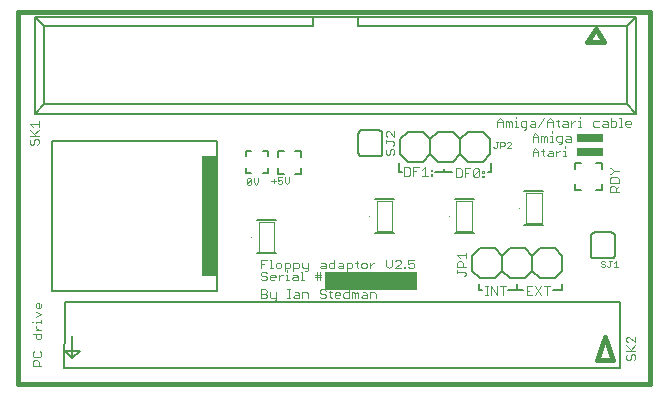
<source format=gto>
G75*
%MOIN*%
%OFA0B0*%
%FSLAX25Y25*%
%IPPOS*%
%LPD*%
%AMOC8*
5,1,8,0,0,1.08239X$1,22.5*
%
%ADD10C,0.01600*%
%ADD11C,0.00400*%
%ADD12C,0.00300*%
%ADD13R,0.30512X0.05906*%
%ADD14R,0.08858X0.02953*%
%ADD15C,0.00787*%
%ADD16C,0.00800*%
%ADD17C,0.00600*%
%ADD18C,0.00200*%
%ADD19C,0.00500*%
%ADD20C,0.00039*%
%ADD21C,0.00295*%
%ADD22R,0.05000X0.40000*%
D10*
X0001800Y0007909D02*
X0212430Y0007909D01*
X0212430Y0131925D01*
X0001800Y0131925D01*
X0001800Y0007909D01*
X0194564Y0015980D02*
X0200076Y0015980D01*
X0197320Y0023736D01*
X0194564Y0015980D01*
X0197020Y0121960D02*
X0191509Y0121960D01*
X0194265Y0126173D01*
X0197020Y0121960D01*
D11*
X0133686Y0049297D02*
X0131817Y0049297D01*
X0131817Y0047896D01*
X0132751Y0048363D01*
X0133218Y0048363D01*
X0133686Y0047896D01*
X0133686Y0046962D01*
X0133218Y0046495D01*
X0132284Y0046495D01*
X0131817Y0046962D01*
X0130811Y0046962D02*
X0130811Y0046495D01*
X0130344Y0046495D01*
X0130344Y0046962D01*
X0130811Y0046962D01*
X0129266Y0046495D02*
X0127398Y0046495D01*
X0129266Y0048363D01*
X0129266Y0048830D01*
X0128799Y0049297D01*
X0127865Y0049297D01*
X0127398Y0048830D01*
X0126319Y0049297D02*
X0126319Y0047429D01*
X0125385Y0046495D01*
X0124451Y0047429D01*
X0124451Y0049297D01*
X0120450Y0048363D02*
X0119983Y0048363D01*
X0119049Y0047429D01*
X0119049Y0046495D02*
X0119049Y0048363D01*
X0117971Y0047896D02*
X0117971Y0046962D01*
X0117504Y0046495D01*
X0116570Y0046495D01*
X0116103Y0046962D01*
X0116103Y0047896D01*
X0116570Y0048363D01*
X0117504Y0048363D01*
X0117971Y0047896D01*
X0115072Y0048363D02*
X0114138Y0048363D01*
X0114605Y0048830D02*
X0114605Y0046962D01*
X0115072Y0046495D01*
X0113060Y0046962D02*
X0112593Y0046495D01*
X0111192Y0046495D01*
X0111192Y0045561D02*
X0111192Y0048363D01*
X0112593Y0048363D01*
X0113060Y0047896D01*
X0113060Y0046962D01*
X0110113Y0046495D02*
X0110113Y0047896D01*
X0109646Y0048363D01*
X0108712Y0048363D01*
X0108712Y0047429D02*
X0110113Y0047429D01*
X0110113Y0046495D02*
X0108712Y0046495D01*
X0108245Y0046962D01*
X0108712Y0047429D01*
X0107167Y0046495D02*
X0105766Y0046495D01*
X0105299Y0046962D01*
X0105299Y0047896D01*
X0105766Y0048363D01*
X0107167Y0048363D01*
X0107167Y0049297D02*
X0107167Y0046495D01*
X0104220Y0046495D02*
X0102819Y0046495D01*
X0102352Y0046962D01*
X0102819Y0047429D01*
X0104220Y0047429D01*
X0104220Y0047896D02*
X0104220Y0046495D01*
X0104220Y0047896D02*
X0103753Y0048363D01*
X0102819Y0048363D01*
X0098327Y0048363D02*
X0098327Y0046028D01*
X0097860Y0045561D01*
X0097393Y0045561D01*
X0096926Y0046495D02*
X0098327Y0046495D01*
X0096926Y0046495D02*
X0096459Y0046962D01*
X0096459Y0048363D01*
X0095381Y0047896D02*
X0095381Y0046962D01*
X0094914Y0046495D01*
X0093513Y0046495D01*
X0093513Y0045561D02*
X0093513Y0048363D01*
X0094914Y0048363D01*
X0095381Y0047896D01*
X0092434Y0047896D02*
X0092434Y0046962D01*
X0091967Y0046495D01*
X0090566Y0046495D01*
X0090566Y0045561D02*
X0090566Y0048363D01*
X0091967Y0048363D01*
X0092434Y0047896D01*
X0089488Y0047896D02*
X0089488Y0046962D01*
X0089021Y0046495D01*
X0088087Y0046495D01*
X0087620Y0046962D01*
X0087620Y0047896D01*
X0088087Y0048363D01*
X0089021Y0048363D01*
X0089488Y0047896D01*
X0086589Y0046495D02*
X0085655Y0046495D01*
X0086122Y0046495D02*
X0086122Y0049297D01*
X0085655Y0049297D01*
X0084577Y0049297D02*
X0082709Y0049297D01*
X0082709Y0046495D01*
X0082709Y0047896D02*
X0083643Y0047896D01*
X0009474Y0034568D02*
X0009474Y0033634D01*
X0009007Y0033167D01*
X0008073Y0033167D01*
X0007606Y0033634D01*
X0007606Y0034568D01*
X0008073Y0035035D01*
X0008540Y0035035D01*
X0008540Y0033167D01*
X0007606Y0032089D02*
X0009474Y0031155D01*
X0007606Y0030220D01*
X0007606Y0028723D02*
X0009474Y0028723D01*
X0009474Y0028256D02*
X0009474Y0029190D01*
X0007606Y0028723D02*
X0007606Y0028256D01*
X0006672Y0028723D02*
X0006205Y0028723D01*
X0007606Y0027202D02*
X0007606Y0026735D01*
X0008540Y0025801D01*
X0009474Y0025801D02*
X0007606Y0025801D01*
X0007606Y0024722D02*
X0007606Y0023321D01*
X0008073Y0022854D01*
X0009007Y0022854D01*
X0009474Y0023321D01*
X0009474Y0024722D01*
X0006672Y0024722D01*
X0007139Y0018829D02*
X0006672Y0018362D01*
X0006672Y0017428D01*
X0007139Y0016961D01*
X0009007Y0016961D01*
X0009474Y0017428D01*
X0009474Y0018362D01*
X0009007Y0018829D01*
X0008073Y0015883D02*
X0008540Y0015416D01*
X0008540Y0014015D01*
X0009474Y0014015D02*
X0006672Y0014015D01*
X0006672Y0015416D01*
X0007139Y0015883D01*
X0008073Y0015883D01*
D12*
X0082659Y0036602D02*
X0084110Y0036602D01*
X0084594Y0037086D01*
X0084594Y0037570D01*
X0084110Y0038054D01*
X0082659Y0038054D01*
X0084110Y0038054D02*
X0084594Y0038537D01*
X0084594Y0039021D01*
X0084110Y0039505D01*
X0082659Y0039505D01*
X0082659Y0036602D01*
X0085605Y0037086D02*
X0085605Y0038537D01*
X0085605Y0037086D02*
X0086089Y0036602D01*
X0087540Y0036602D01*
X0087540Y0036119D02*
X0087056Y0035635D01*
X0086573Y0035635D01*
X0087540Y0036119D02*
X0087540Y0038537D01*
X0091498Y0039505D02*
X0092466Y0039505D01*
X0091982Y0039505D02*
X0091982Y0036602D01*
X0091498Y0036602D02*
X0092466Y0036602D01*
X0093463Y0037086D02*
X0093946Y0037570D01*
X0095398Y0037570D01*
X0095398Y0038054D02*
X0095398Y0036602D01*
X0093946Y0036602D01*
X0093463Y0037086D01*
X0093946Y0038537D02*
X0094914Y0038537D01*
X0095398Y0038054D01*
X0096409Y0038537D02*
X0096409Y0036602D01*
X0098344Y0036602D02*
X0098344Y0038054D01*
X0097860Y0038537D01*
X0096409Y0038537D01*
X0102302Y0038537D02*
X0102786Y0038054D01*
X0103753Y0038054D01*
X0104237Y0037570D01*
X0104237Y0037086D01*
X0103753Y0036602D01*
X0102786Y0036602D01*
X0102302Y0037086D01*
X0102302Y0038537D02*
X0102302Y0039021D01*
X0102786Y0039505D01*
X0103753Y0039505D01*
X0104237Y0039021D01*
X0105249Y0038537D02*
X0106216Y0038537D01*
X0105732Y0039021D02*
X0105732Y0037086D01*
X0106216Y0036602D01*
X0107213Y0037086D02*
X0107213Y0038054D01*
X0107697Y0038537D01*
X0108664Y0038537D01*
X0109148Y0038054D01*
X0109148Y0037570D01*
X0107213Y0037570D01*
X0107213Y0037086D02*
X0107697Y0036602D01*
X0108664Y0036602D01*
X0110159Y0037086D02*
X0110159Y0038054D01*
X0110643Y0038537D01*
X0112094Y0038537D01*
X0112094Y0039505D02*
X0112094Y0036602D01*
X0110643Y0036602D01*
X0110159Y0037086D01*
X0113106Y0036602D02*
X0113106Y0038537D01*
X0113590Y0038537D01*
X0114073Y0038054D01*
X0114557Y0038537D01*
X0115041Y0038054D01*
X0115041Y0036602D01*
X0114073Y0036602D02*
X0114073Y0038054D01*
X0116053Y0037086D02*
X0116536Y0037570D01*
X0117988Y0037570D01*
X0117988Y0038054D02*
X0117988Y0036602D01*
X0116536Y0036602D01*
X0116053Y0037086D01*
X0116536Y0038537D02*
X0117504Y0038537D01*
X0117988Y0038054D01*
X0118999Y0038537D02*
X0118999Y0036602D01*
X0120934Y0036602D02*
X0120934Y0038054D01*
X0120450Y0038537D01*
X0118999Y0038537D01*
X0102764Y0043475D02*
X0100829Y0043475D01*
X0100829Y0044443D02*
X0102280Y0044443D01*
X0102764Y0044443D01*
X0102280Y0045410D02*
X0102280Y0042508D01*
X0101313Y0042508D02*
X0101313Y0045410D01*
X0096402Y0045410D02*
X0096402Y0042508D01*
X0096885Y0042508D02*
X0095918Y0042508D01*
X0094906Y0042508D02*
X0094906Y0043959D01*
X0094423Y0044443D01*
X0093455Y0044443D01*
X0093455Y0043475D02*
X0094906Y0043475D01*
X0094906Y0042508D02*
X0093455Y0042508D01*
X0092971Y0042992D01*
X0093455Y0043475D01*
X0091975Y0042508D02*
X0091007Y0042508D01*
X0091491Y0042508D02*
X0091491Y0044443D01*
X0091007Y0044443D01*
X0090003Y0044443D02*
X0089519Y0044443D01*
X0088552Y0043475D01*
X0088552Y0042508D02*
X0088552Y0044443D01*
X0087540Y0043959D02*
X0087540Y0043475D01*
X0085605Y0043475D01*
X0085605Y0042992D02*
X0085605Y0043959D01*
X0086089Y0044443D01*
X0087056Y0044443D01*
X0087540Y0043959D01*
X0087056Y0042508D02*
X0086089Y0042508D01*
X0085605Y0042992D01*
X0084594Y0042992D02*
X0084110Y0042508D01*
X0083142Y0042508D01*
X0082659Y0042992D01*
X0083142Y0043959D02*
X0084110Y0043959D01*
X0084594Y0043475D01*
X0084594Y0042992D01*
X0083142Y0043959D02*
X0082659Y0044443D01*
X0082659Y0044927D01*
X0083142Y0045410D01*
X0084110Y0045410D01*
X0084594Y0044927D01*
X0091491Y0045410D02*
X0091491Y0045894D01*
X0095918Y0045410D02*
X0096402Y0045410D01*
X0148044Y0045391D02*
X0150462Y0045391D01*
X0150946Y0044908D01*
X0150946Y0044424D01*
X0150462Y0043940D01*
X0148044Y0044908D02*
X0148044Y0045875D01*
X0148044Y0046887D02*
X0148044Y0048338D01*
X0148527Y0048822D01*
X0149495Y0048822D01*
X0149979Y0048338D01*
X0149979Y0046887D01*
X0150946Y0046887D02*
X0148044Y0046887D01*
X0149011Y0049833D02*
X0148044Y0050801D01*
X0150946Y0050801D01*
X0150946Y0051768D02*
X0150946Y0049833D01*
X0157462Y0040489D02*
X0158429Y0040489D01*
X0157946Y0040489D02*
X0157946Y0037587D01*
X0158429Y0037587D02*
X0157462Y0037587D01*
X0159426Y0037587D02*
X0159426Y0040489D01*
X0161361Y0037587D01*
X0161361Y0040489D01*
X0162373Y0040489D02*
X0164308Y0040489D01*
X0163340Y0040489D02*
X0163340Y0037587D01*
X0171212Y0037587D02*
X0173147Y0037587D01*
X0174159Y0037587D02*
X0176094Y0040489D01*
X0177105Y0040489D02*
X0179040Y0040489D01*
X0178073Y0040489D02*
X0178073Y0037587D01*
X0176094Y0037587D02*
X0174159Y0040489D01*
X0173147Y0040489D02*
X0171212Y0040489D01*
X0171212Y0037587D01*
X0171212Y0039038D02*
X0172180Y0039038D01*
X0204456Y0023277D02*
X0204940Y0023761D01*
X0205424Y0023761D01*
X0207359Y0021826D01*
X0207359Y0023761D01*
X0204456Y0023277D02*
X0204456Y0022310D01*
X0204940Y0021826D01*
X0204456Y0020815D02*
X0206391Y0018880D01*
X0205907Y0019363D02*
X0207359Y0020815D01*
X0207359Y0018880D02*
X0204456Y0018880D01*
X0204940Y0017868D02*
X0204456Y0017384D01*
X0204456Y0016417D01*
X0204940Y0015933D01*
X0205424Y0015933D01*
X0205907Y0016417D01*
X0205907Y0017384D01*
X0206391Y0017868D01*
X0206875Y0017868D01*
X0207359Y0017384D01*
X0207359Y0016417D01*
X0206875Y0015933D01*
X0201941Y0071987D02*
X0199038Y0071987D01*
X0199038Y0073439D01*
X0199522Y0073922D01*
X0200489Y0073922D01*
X0200973Y0073439D01*
X0200973Y0071987D01*
X0200973Y0072955D02*
X0201941Y0073922D01*
X0201941Y0074934D02*
X0199038Y0074934D01*
X0199038Y0076385D01*
X0199522Y0076869D01*
X0201457Y0076869D01*
X0201941Y0076385D01*
X0201941Y0074934D01*
X0199522Y0077880D02*
X0200489Y0078848D01*
X0201941Y0078848D01*
X0200489Y0078848D02*
X0199522Y0079815D01*
X0199038Y0079815D01*
X0199038Y0077880D02*
X0199522Y0077880D01*
X0184490Y0083847D02*
X0183523Y0083847D01*
X0184006Y0083847D02*
X0184006Y0085782D01*
X0183523Y0085782D01*
X0182518Y0085782D02*
X0182035Y0085782D01*
X0181067Y0084814D01*
X0181067Y0083847D02*
X0181067Y0085782D01*
X0180056Y0085298D02*
X0180056Y0083847D01*
X0178604Y0083847D01*
X0178121Y0084330D01*
X0178604Y0084814D01*
X0180056Y0084814D01*
X0180056Y0085298D02*
X0179572Y0085782D01*
X0178604Y0085782D01*
X0177124Y0085782D02*
X0176156Y0085782D01*
X0176640Y0086265D02*
X0176640Y0084330D01*
X0177124Y0083847D01*
X0175145Y0083847D02*
X0175145Y0085782D01*
X0174177Y0086749D01*
X0173210Y0085782D01*
X0173210Y0083847D01*
X0173210Y0085298D02*
X0175145Y0085298D01*
X0182035Y0087800D02*
X0182518Y0087800D01*
X0183002Y0088284D01*
X0183002Y0090703D01*
X0181551Y0090703D01*
X0181067Y0090219D01*
X0181067Y0089252D01*
X0181551Y0088768D01*
X0183002Y0088768D01*
X0184014Y0089252D02*
X0184497Y0089735D01*
X0185949Y0089735D01*
X0185949Y0090219D02*
X0185949Y0088768D01*
X0184497Y0088768D01*
X0184014Y0089252D01*
X0184497Y0090703D02*
X0185465Y0090703D01*
X0185949Y0090219D01*
X0185953Y0093689D02*
X0185953Y0095624D01*
X0185953Y0094657D02*
X0186921Y0095624D01*
X0187404Y0095624D01*
X0188409Y0095624D02*
X0188892Y0095624D01*
X0188892Y0093689D01*
X0188409Y0093689D02*
X0189376Y0093689D01*
X0193319Y0094173D02*
X0193319Y0095140D01*
X0193803Y0095624D01*
X0195254Y0095624D01*
X0196750Y0095624D02*
X0197717Y0095624D01*
X0198201Y0095140D01*
X0198201Y0093689D01*
X0196750Y0093689D01*
X0196266Y0094173D01*
X0196750Y0094657D01*
X0198201Y0094657D01*
X0199212Y0095624D02*
X0200664Y0095624D01*
X0201147Y0095140D01*
X0201147Y0094173D01*
X0200664Y0093689D01*
X0199212Y0093689D01*
X0199212Y0096592D01*
X0202159Y0096592D02*
X0202643Y0096592D01*
X0202643Y0093689D01*
X0203126Y0093689D02*
X0202159Y0093689D01*
X0204123Y0094173D02*
X0204123Y0095140D01*
X0204607Y0095624D01*
X0205575Y0095624D01*
X0206058Y0095140D01*
X0206058Y0094657D01*
X0204123Y0094657D01*
X0204123Y0094173D02*
X0204607Y0093689D01*
X0205575Y0093689D01*
X0195254Y0093689D02*
X0193803Y0093689D01*
X0193319Y0094173D01*
X0188892Y0096592D02*
X0188892Y0097075D01*
X0184942Y0095140D02*
X0184942Y0093689D01*
X0183490Y0093689D01*
X0183007Y0094173D01*
X0183490Y0094657D01*
X0184942Y0094657D01*
X0184942Y0095140D02*
X0184458Y0095624D01*
X0183490Y0095624D01*
X0182010Y0095624D02*
X0181042Y0095624D01*
X0181526Y0096108D02*
X0181526Y0094173D01*
X0182010Y0093689D01*
X0180031Y0093689D02*
X0180031Y0095624D01*
X0179063Y0096592D01*
X0178096Y0095624D01*
X0178096Y0093689D01*
X0178096Y0095140D02*
X0180031Y0095140D01*
X0177084Y0096592D02*
X0175149Y0093689D01*
X0174138Y0093689D02*
X0174138Y0095140D01*
X0173654Y0095624D01*
X0172686Y0095624D01*
X0172686Y0094657D02*
X0174138Y0094657D01*
X0174138Y0093689D02*
X0172686Y0093689D01*
X0172203Y0094173D01*
X0172686Y0094657D01*
X0171191Y0095624D02*
X0171191Y0093205D01*
X0170707Y0092722D01*
X0170224Y0092722D01*
X0169740Y0093689D02*
X0171191Y0093689D01*
X0169740Y0093689D02*
X0169256Y0094173D01*
X0169256Y0095140D01*
X0169740Y0095624D01*
X0171191Y0095624D01*
X0167776Y0095624D02*
X0167776Y0093689D01*
X0168259Y0093689D02*
X0167292Y0093689D01*
X0166280Y0093689D02*
X0166280Y0095140D01*
X0165797Y0095624D01*
X0165313Y0095140D01*
X0165313Y0093689D01*
X0164345Y0093689D02*
X0164345Y0095624D01*
X0164829Y0095624D01*
X0165313Y0095140D01*
X0163334Y0095140D02*
X0161399Y0095140D01*
X0161399Y0095624D02*
X0162366Y0096592D01*
X0163334Y0095624D01*
X0163334Y0093689D01*
X0161399Y0093689D02*
X0161399Y0095624D01*
X0167292Y0095624D02*
X0167776Y0095624D01*
X0167776Y0096592D02*
X0167776Y0097075D01*
X0173210Y0090703D02*
X0174177Y0091670D01*
X0175145Y0090703D01*
X0175145Y0088768D01*
X0176156Y0088768D02*
X0176156Y0090703D01*
X0176640Y0090703D01*
X0177124Y0090219D01*
X0177608Y0090703D01*
X0178091Y0090219D01*
X0178091Y0088768D01*
X0177124Y0088768D02*
X0177124Y0090219D01*
X0175145Y0090219D02*
X0173210Y0090219D01*
X0173210Y0090703D02*
X0173210Y0088768D01*
X0179103Y0088768D02*
X0180070Y0088768D01*
X0179587Y0088768D02*
X0179587Y0090703D01*
X0179103Y0090703D01*
X0179587Y0091670D02*
X0179587Y0092154D01*
X0184006Y0087233D02*
X0184006Y0086749D01*
X0156943Y0078892D02*
X0156943Y0078408D01*
X0156459Y0078408D01*
X0156459Y0078892D01*
X0156943Y0078892D01*
X0156943Y0077441D02*
X0156943Y0076957D01*
X0156459Y0076957D01*
X0156459Y0077441D01*
X0156943Y0077441D01*
X0155447Y0077441D02*
X0154964Y0076957D01*
X0153996Y0076957D01*
X0153512Y0077441D01*
X0155447Y0079376D01*
X0155447Y0077441D01*
X0153512Y0077441D02*
X0153512Y0079376D01*
X0153996Y0079859D01*
X0154964Y0079859D01*
X0155447Y0079376D01*
X0152501Y0079859D02*
X0150566Y0079859D01*
X0150566Y0076957D01*
X0149554Y0077441D02*
X0149554Y0079376D01*
X0149071Y0079859D01*
X0147619Y0079859D01*
X0147619Y0076957D01*
X0149071Y0076957D01*
X0149554Y0077441D01*
X0150566Y0078408D02*
X0151533Y0078408D01*
X0139817Y0078802D02*
X0139333Y0078802D01*
X0139333Y0079285D01*
X0139817Y0079285D01*
X0139817Y0078802D01*
X0139817Y0077834D02*
X0139817Y0077350D01*
X0139333Y0077350D01*
X0139333Y0077834D01*
X0139817Y0077834D01*
X0138321Y0077350D02*
X0136386Y0077350D01*
X0137354Y0077350D02*
X0137354Y0080253D01*
X0136386Y0079285D01*
X0135375Y0080253D02*
X0133440Y0080253D01*
X0133440Y0077350D01*
X0132428Y0077834D02*
X0132428Y0079769D01*
X0131945Y0080253D01*
X0130493Y0080253D01*
X0130493Y0077350D01*
X0131945Y0077350D01*
X0132428Y0077834D01*
X0133440Y0078802D02*
X0134407Y0078802D01*
X0127162Y0084922D02*
X0126678Y0084438D01*
X0127162Y0084922D02*
X0127162Y0085889D01*
X0126678Y0086373D01*
X0126194Y0086373D01*
X0125711Y0085889D01*
X0125711Y0084922D01*
X0125227Y0084438D01*
X0124743Y0084438D01*
X0124259Y0084922D01*
X0124259Y0085889D01*
X0124743Y0086373D01*
X0124259Y0088352D02*
X0124259Y0089319D01*
X0124259Y0088836D02*
X0126678Y0088836D01*
X0127162Y0088352D01*
X0127162Y0087868D01*
X0126678Y0087384D01*
X0127162Y0090331D02*
X0125227Y0092266D01*
X0124743Y0092266D01*
X0124259Y0091782D01*
X0124259Y0090815D01*
X0124743Y0090331D01*
X0127162Y0090331D02*
X0127162Y0092266D01*
X0008540Y0092665D02*
X0007089Y0091214D01*
X0007572Y0090730D02*
X0005637Y0092665D01*
X0006605Y0093677D02*
X0005637Y0094644D01*
X0008540Y0094644D01*
X0008540Y0093677D02*
X0008540Y0095612D01*
X0008540Y0090730D02*
X0005637Y0090730D01*
X0006121Y0089719D02*
X0005637Y0089235D01*
X0005637Y0088267D01*
X0006121Y0087784D01*
X0006605Y0087784D01*
X0007089Y0088267D01*
X0007089Y0089235D01*
X0007572Y0089719D01*
X0008056Y0089719D01*
X0008540Y0089235D01*
X0008540Y0088267D01*
X0008056Y0087784D01*
D13*
X0119418Y0042358D03*
D14*
X0192253Y0085173D03*
X0192253Y0090094D03*
D15*
X0159280Y0081728D02*
X0159280Y0078775D01*
X0158296Y0078775D01*
X0146485Y0078775D02*
X0143532Y0078775D01*
X0143532Y0079760D01*
X0143532Y0078775D02*
X0140580Y0078775D01*
X0129753Y0078775D02*
X0128769Y0078775D01*
X0128769Y0081728D01*
X0155343Y0041374D02*
X0155343Y0039405D01*
X0156328Y0039405D01*
X0165186Y0039405D02*
X0168139Y0039405D01*
X0170107Y0039405D01*
X0168139Y0039405D02*
X0168139Y0041374D01*
X0179950Y0039405D02*
X0182902Y0039405D01*
X0182902Y0041374D01*
D16*
X0202202Y0035311D02*
X0017280Y0035311D01*
X0017241Y0035350D02*
X0017241Y0021531D01*
X0017044Y0021137D02*
X0017044Y0013460D01*
X0202438Y0013460D01*
X0202438Y0021531D01*
X0202241Y0021531D01*
X0202241Y0035074D01*
X0095920Y0078120D02*
X0094045Y0078120D01*
X0095920Y0078120D02*
X0095920Y0079995D01*
X0090295Y0078120D02*
X0088420Y0078120D01*
X0088420Y0079995D01*
X0085093Y0080097D02*
X0085093Y0078222D01*
X0083219Y0078222D01*
X0079468Y0078222D02*
X0077593Y0078222D01*
X0077593Y0080097D01*
X0077593Y0083847D02*
X0077593Y0085722D01*
X0079468Y0085722D01*
X0083219Y0085722D02*
X0085093Y0085722D01*
X0085093Y0083847D01*
X0088420Y0083745D02*
X0088420Y0085620D01*
X0090295Y0085620D01*
X0094045Y0085620D02*
X0095920Y0085620D01*
X0095920Y0083745D01*
X0100013Y0127196D02*
X0010446Y0127196D01*
X0007296Y0130346D01*
X0007296Y0098062D01*
X0010446Y0101212D01*
X0010446Y0127196D01*
X0007296Y0130346D02*
X0207690Y0130346D01*
X0204540Y0127196D01*
X0114973Y0127196D01*
X0114973Y0127275D02*
X0114973Y0130070D01*
X0100013Y0130070D02*
X0100013Y0127275D01*
X0010446Y0101212D02*
X0204540Y0101212D01*
X0207690Y0098062D01*
X0007296Y0098062D01*
X0204540Y0101212D02*
X0204540Y0127196D01*
X0207690Y0130346D02*
X0207690Y0098062D01*
D17*
X0196300Y0081582D02*
X0194300Y0081582D01*
X0196300Y0081582D02*
X0196300Y0079582D01*
X0189300Y0081582D02*
X0187300Y0081582D01*
X0187300Y0079582D01*
X0187300Y0074582D02*
X0187300Y0072582D01*
X0189300Y0072582D01*
X0194300Y0072582D02*
X0196300Y0072582D01*
X0196300Y0074582D01*
X0193729Y0058500D02*
X0199635Y0058500D01*
X0199634Y0058500D02*
X0199697Y0058492D01*
X0199759Y0058481D01*
X0199821Y0058466D01*
X0199881Y0058448D01*
X0199941Y0058426D01*
X0199999Y0058401D01*
X0200055Y0058372D01*
X0200110Y0058340D01*
X0200162Y0058305D01*
X0200213Y0058267D01*
X0200261Y0058227D01*
X0200307Y0058183D01*
X0200350Y0058137D01*
X0200391Y0058088D01*
X0200429Y0058037D01*
X0200463Y0057985D01*
X0200495Y0057930D01*
X0200523Y0057873D01*
X0200548Y0057815D01*
X0200569Y0057755D01*
X0200587Y0057695D01*
X0200601Y0057633D01*
X0200612Y0057571D01*
X0200619Y0057508D01*
X0200623Y0057445D01*
X0200622Y0057382D01*
X0200619Y0057319D01*
X0200619Y0051019D01*
X0200618Y0051019D02*
X0200622Y0050956D01*
X0200623Y0050893D01*
X0200619Y0050830D01*
X0200612Y0050767D01*
X0200601Y0050705D01*
X0200587Y0050643D01*
X0200569Y0050582D01*
X0200548Y0050523D01*
X0200523Y0050465D01*
X0200495Y0050408D01*
X0200463Y0050353D01*
X0200429Y0050300D01*
X0200391Y0050249D01*
X0200351Y0050201D01*
X0200307Y0050155D01*
X0200262Y0050111D01*
X0200213Y0050070D01*
X0200163Y0050032D01*
X0200110Y0049997D01*
X0200055Y0049966D01*
X0199999Y0049937D01*
X0199941Y0049912D01*
X0199881Y0049890D01*
X0199821Y0049872D01*
X0199759Y0049857D01*
X0199697Y0049846D01*
X0199634Y0049838D01*
X0199635Y0049838D02*
X0193729Y0049838D01*
X0193730Y0049838D02*
X0193664Y0049846D01*
X0193600Y0049858D01*
X0193536Y0049874D01*
X0193473Y0049893D01*
X0193412Y0049917D01*
X0193352Y0049944D01*
X0193294Y0049974D01*
X0193238Y0050008D01*
X0193184Y0050045D01*
X0193132Y0050086D01*
X0193083Y0050130D01*
X0193036Y0050176D01*
X0192993Y0050225D01*
X0192952Y0050277D01*
X0192915Y0050331D01*
X0192881Y0050387D01*
X0192851Y0050445D01*
X0192824Y0050505D01*
X0192800Y0050566D01*
X0192781Y0050629D01*
X0192765Y0050693D01*
X0192753Y0050757D01*
X0192745Y0050823D01*
X0192741Y0050888D01*
X0192741Y0050954D01*
X0192745Y0051019D01*
X0192745Y0057319D01*
X0192741Y0057384D01*
X0192741Y0057450D01*
X0192745Y0057515D01*
X0192753Y0057581D01*
X0192765Y0057645D01*
X0192781Y0057709D01*
X0192800Y0057772D01*
X0192824Y0057833D01*
X0192851Y0057893D01*
X0192881Y0057951D01*
X0192915Y0058007D01*
X0192952Y0058061D01*
X0192993Y0058113D01*
X0193036Y0058162D01*
X0193083Y0058208D01*
X0193132Y0058252D01*
X0193184Y0058293D01*
X0193238Y0058330D01*
X0193294Y0058364D01*
X0193352Y0058394D01*
X0193412Y0058421D01*
X0193473Y0058445D01*
X0193536Y0058464D01*
X0193600Y0058480D01*
X0193664Y0058492D01*
X0193730Y0058500D01*
X0183139Y0050763D02*
X0180639Y0053263D01*
X0175639Y0053263D01*
X0173139Y0050763D01*
X0173139Y0045763D01*
X0175639Y0043263D01*
X0180639Y0043263D01*
X0183139Y0045763D01*
X0183139Y0050763D01*
X0173139Y0050763D02*
X0170639Y0053263D01*
X0165639Y0053263D01*
X0163139Y0050763D01*
X0163139Y0045763D01*
X0165639Y0043263D01*
X0170639Y0043263D01*
X0173139Y0045763D01*
X0163139Y0045763D02*
X0160639Y0043263D01*
X0155639Y0043263D01*
X0153139Y0045763D01*
X0153139Y0050763D01*
X0155639Y0053263D01*
X0160639Y0053263D01*
X0163139Y0050763D01*
X0156623Y0082023D02*
X0151623Y0082023D01*
X0149123Y0084523D01*
X0146623Y0082023D01*
X0141623Y0082023D01*
X0139123Y0084523D01*
X0136623Y0082023D01*
X0131623Y0082023D01*
X0129123Y0084523D01*
X0129123Y0089523D01*
X0131623Y0092023D01*
X0136623Y0092023D01*
X0139123Y0089523D01*
X0141623Y0092023D01*
X0146623Y0092023D01*
X0149123Y0089523D01*
X0151623Y0092023D01*
X0156623Y0092023D01*
X0159123Y0089523D01*
X0159123Y0084523D01*
X0156623Y0082023D01*
X0149123Y0084523D02*
X0149123Y0089523D01*
X0139123Y0089523D02*
X0139123Y0084523D01*
X0123060Y0085074D02*
X0123060Y0091374D01*
X0123063Y0091437D01*
X0123064Y0091500D01*
X0123060Y0091563D01*
X0123053Y0091626D01*
X0123042Y0091688D01*
X0123028Y0091750D01*
X0123010Y0091810D01*
X0122989Y0091870D01*
X0122964Y0091928D01*
X0122936Y0091985D01*
X0122904Y0092040D01*
X0122870Y0092092D01*
X0122832Y0092143D01*
X0122791Y0092192D01*
X0122748Y0092238D01*
X0122702Y0092282D01*
X0122654Y0092322D01*
X0122603Y0092360D01*
X0122551Y0092395D01*
X0122496Y0092427D01*
X0122440Y0092456D01*
X0122382Y0092481D01*
X0122322Y0092503D01*
X0122262Y0092521D01*
X0122200Y0092536D01*
X0122138Y0092547D01*
X0122075Y0092555D01*
X0122076Y0092555D02*
X0116170Y0092555D01*
X0116171Y0092555D02*
X0116105Y0092547D01*
X0116041Y0092535D01*
X0115977Y0092519D01*
X0115914Y0092500D01*
X0115853Y0092476D01*
X0115793Y0092449D01*
X0115735Y0092419D01*
X0115679Y0092385D01*
X0115625Y0092348D01*
X0115573Y0092307D01*
X0115524Y0092263D01*
X0115477Y0092217D01*
X0115434Y0092168D01*
X0115393Y0092116D01*
X0115356Y0092062D01*
X0115322Y0092006D01*
X0115292Y0091948D01*
X0115265Y0091888D01*
X0115241Y0091827D01*
X0115222Y0091764D01*
X0115206Y0091700D01*
X0115194Y0091636D01*
X0115186Y0091570D01*
X0115182Y0091505D01*
X0115182Y0091439D01*
X0115186Y0091374D01*
X0115186Y0085074D01*
X0115182Y0085009D01*
X0115182Y0084943D01*
X0115186Y0084878D01*
X0115194Y0084812D01*
X0115206Y0084748D01*
X0115222Y0084684D01*
X0115241Y0084621D01*
X0115265Y0084560D01*
X0115292Y0084500D01*
X0115322Y0084442D01*
X0115356Y0084386D01*
X0115393Y0084332D01*
X0115434Y0084280D01*
X0115477Y0084231D01*
X0115524Y0084185D01*
X0115573Y0084141D01*
X0115625Y0084100D01*
X0115679Y0084063D01*
X0115735Y0084029D01*
X0115793Y0083999D01*
X0115853Y0083972D01*
X0115914Y0083948D01*
X0115977Y0083929D01*
X0116041Y0083913D01*
X0116105Y0083901D01*
X0116171Y0083893D01*
X0116170Y0083893D02*
X0122076Y0083893D01*
X0122075Y0083893D02*
X0122138Y0083901D01*
X0122200Y0083912D01*
X0122262Y0083927D01*
X0122322Y0083945D01*
X0122382Y0083967D01*
X0122440Y0083992D01*
X0122496Y0084021D01*
X0122551Y0084052D01*
X0122604Y0084087D01*
X0122654Y0084125D01*
X0122703Y0084166D01*
X0122748Y0084210D01*
X0122792Y0084256D01*
X0122832Y0084304D01*
X0122870Y0084355D01*
X0122904Y0084408D01*
X0122936Y0084463D01*
X0122964Y0084520D01*
X0122989Y0084578D01*
X0123010Y0084637D01*
X0123028Y0084698D01*
X0123042Y0084760D01*
X0123053Y0084822D01*
X0123060Y0084885D01*
X0123064Y0084948D01*
X0123063Y0085011D01*
X0123059Y0085074D01*
D18*
X0092046Y0076821D02*
X0092046Y0075353D01*
X0091312Y0074619D01*
X0090578Y0075353D01*
X0090578Y0076821D01*
X0089836Y0076821D02*
X0088368Y0076821D01*
X0088368Y0075720D01*
X0089102Y0076087D01*
X0089469Y0076087D01*
X0089836Y0075720D01*
X0089836Y0074986D01*
X0089469Y0074619D01*
X0088735Y0074619D01*
X0088368Y0074986D01*
X0087626Y0075720D02*
X0086158Y0075720D01*
X0086892Y0076454D02*
X0086892Y0074986D01*
X0081662Y0075156D02*
X0080928Y0074423D01*
X0080195Y0075156D01*
X0080195Y0076624D01*
X0079453Y0076257D02*
X0077985Y0074790D01*
X0078352Y0074423D01*
X0079086Y0074423D01*
X0079453Y0074790D01*
X0079453Y0076257D01*
X0079086Y0076624D01*
X0078352Y0076624D01*
X0077985Y0076257D01*
X0077985Y0074790D01*
X0081662Y0075156D02*
X0081662Y0076624D01*
X0160191Y0086919D02*
X0160558Y0086552D01*
X0160925Y0086552D01*
X0161291Y0086919D01*
X0161291Y0088754D01*
X0160925Y0088754D02*
X0161658Y0088754D01*
X0162400Y0088754D02*
X0163501Y0088754D01*
X0163868Y0088387D01*
X0163868Y0087653D01*
X0163501Y0087286D01*
X0162400Y0087286D01*
X0162400Y0086552D02*
X0162400Y0088754D01*
X0164610Y0088387D02*
X0164977Y0088754D01*
X0165711Y0088754D01*
X0166078Y0088387D01*
X0166078Y0088020D01*
X0164610Y0086552D01*
X0166078Y0086552D01*
X0196227Y0049071D02*
X0195860Y0048704D01*
X0195860Y0048337D01*
X0196227Y0047970D01*
X0196961Y0047970D01*
X0197328Y0047603D01*
X0197328Y0047236D01*
X0196961Y0046869D01*
X0196227Y0046869D01*
X0195860Y0047236D01*
X0196227Y0049071D02*
X0196961Y0049071D01*
X0197328Y0048704D01*
X0198804Y0049071D02*
X0199538Y0049071D01*
X0199171Y0049071D02*
X0199171Y0047236D01*
X0198804Y0046869D01*
X0198437Y0046869D01*
X0198070Y0047236D01*
X0200280Y0046869D02*
X0201748Y0046869D01*
X0201014Y0046869D02*
X0201014Y0049071D01*
X0200280Y0048337D01*
D19*
X0176800Y0060980D02*
X0170501Y0060980D01*
X0153572Y0058421D02*
X0147272Y0058421D01*
X0126997Y0058421D02*
X0120698Y0058421D01*
X0120698Y0069602D02*
X0126997Y0069602D01*
X0147272Y0069602D02*
X0153572Y0069602D01*
X0170501Y0072161D02*
X0176800Y0072161D01*
X0087627Y0062712D02*
X0081328Y0062712D01*
X0081328Y0051531D02*
X0087627Y0051531D01*
X0067902Y0039090D02*
X0012902Y0039090D01*
X0012902Y0089090D01*
X0067902Y0089090D01*
X0067902Y0039090D01*
X0022241Y0019031D02*
X0019741Y0016531D01*
X0017241Y0019031D01*
X0022241Y0019031D01*
X0019741Y0016531D02*
X0019741Y0024031D01*
D20*
X0079359Y0057122D02*
X0079398Y0057122D01*
X0118729Y0064012D02*
X0118769Y0064012D01*
X0145304Y0064012D02*
X0145343Y0064012D01*
X0168532Y0066571D02*
X0168572Y0066571D01*
D21*
X0171052Y0071571D02*
X0176209Y0071571D01*
X0176209Y0061531D01*
X0171052Y0061531D01*
X0171052Y0071571D01*
X0152981Y0069012D02*
X0147824Y0069012D01*
X0147824Y0058972D01*
X0152981Y0058972D01*
X0152981Y0069012D01*
X0126406Y0069012D02*
X0126406Y0058972D01*
X0121249Y0058972D01*
X0121249Y0069012D01*
X0126406Y0069012D01*
X0087036Y0062122D02*
X0087036Y0052082D01*
X0081879Y0052082D01*
X0081879Y0062122D01*
X0087036Y0062122D01*
D22*
X0065402Y0064090D03*
M02*

</source>
